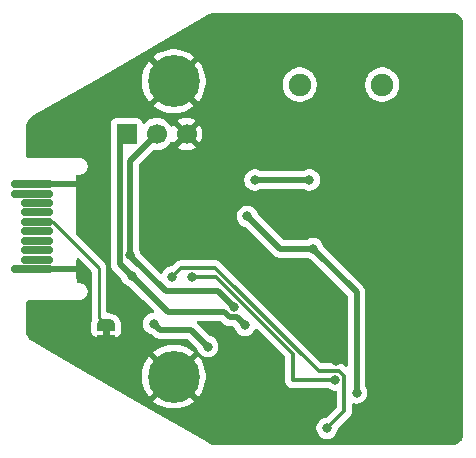
<source format=gbl>
G04 #@! TF.GenerationSoftware,KiCad,Pcbnew,9.0.3*
G04 #@! TF.CreationDate,2025-07-22T22:33:48+01:00*
G04 #@! TF.ProjectId,dectspansion,64656374-7370-4616-9e73-696f6e2e6b69,rev?*
G04 #@! TF.SameCoordinates,Original*
G04 #@! TF.FileFunction,Copper,L4,Bot*
G04 #@! TF.FilePolarity,Positive*
%FSLAX46Y46*%
G04 Gerber Fmt 4.6, Leading zero omitted, Abs format (unit mm)*
G04 Created by KiCad (PCBNEW 9.0.3) date 2025-07-22 22:33:48*
%MOMM*%
%LPD*%
G01*
G04 APERTURE LIST*
G04 Aperture macros list*
%AMRoundRect*
0 Rectangle with rounded corners*
0 $1 Rounding radius*
0 $2 $3 $4 $5 $6 $7 $8 $9 X,Y pos of 4 corners*
0 Add a 4 corners polygon primitive as box body*
4,1,4,$2,$3,$4,$5,$6,$7,$8,$9,$2,$3,0*
0 Add four circle primitives for the rounded corners*
1,1,$1+$1,$2,$3*
1,1,$1+$1,$4,$5*
1,1,$1+$1,$6,$7*
1,1,$1+$1,$8,$9*
0 Add four rect primitives between the rounded corners*
20,1,$1+$1,$2,$3,$4,$5,0*
20,1,$1+$1,$4,$5,$6,$7,0*
20,1,$1+$1,$6,$7,$8,$9,0*
20,1,$1+$1,$8,$9,$2,$3,0*%
%AMFreePoly0*
4,1,23,0.000000,0.745722,0.065263,0.745722,0.191342,0.711940,0.304381,0.646677,0.396677,0.554381,0.461940,0.441342,0.495722,0.315263,0.495722,0.250000,0.500000,0.250000,0.500000,-0.250000,0.495722,-0.250000,0.495722,-0.315263,0.461940,-0.441342,0.396677,-0.554381,0.304381,-0.646677,0.191342,-0.711940,0.065263,-0.745722,0.000000,-0.745722,0.000000,-0.750000,-0.500000,-0.750000,
-0.500000,0.750000,0.000000,0.750000,0.000000,0.745722,0.000000,0.745722,$1*%
%AMFreePoly1*
4,1,23,0.500000,-0.750000,0.000000,-0.750000,0.000000,-0.745722,-0.065263,-0.745722,-0.191342,-0.711940,-0.304381,-0.646677,-0.396677,-0.554381,-0.461940,-0.441342,-0.495722,-0.315263,-0.495722,-0.250000,-0.500000,-0.250000,-0.500000,0.250000,-0.495722,0.250000,-0.495722,0.315263,-0.461940,0.441342,-0.396677,0.554381,-0.304381,0.646677,-0.191342,0.711940,-0.065263,0.745722,0.000000,0.745722,
0.000000,0.750000,0.500000,0.750000,0.500000,-0.750000,0.500000,-0.750000,$1*%
G04 Aperture macros list end*
G04 #@! TA.AperFunction,EtchedComponent*
%ADD10C,0.000000*%
G04 #@! TD*
G04 #@! TA.AperFunction,SMDPad,CuDef*
%ADD11FreePoly0,270.000000*%
G04 #@! TD*
G04 #@! TA.AperFunction,SMDPad,CuDef*
%ADD12FreePoly1,270.000000*%
G04 #@! TD*
G04 #@! TA.AperFunction,WasherPad*
%ADD13C,1.900000*%
G04 #@! TD*
G04 #@! TA.AperFunction,SMDPad,CuDef*
%ADD14RoundRect,0.150000X-1.600000X-0.150000X1.600000X-0.150000X1.600000X0.150000X-1.600000X0.150000X0*%
G04 #@! TD*
G04 #@! TA.AperFunction,SMDPad,CuDef*
%ADD15RoundRect,0.150000X-1.200000X-0.150000X1.200000X-0.150000X1.200000X0.150000X-1.200000X0.150000X0*%
G04 #@! TD*
G04 #@! TA.AperFunction,ComponentPad*
%ADD16C,0.700000*%
G04 #@! TD*
G04 #@! TA.AperFunction,ComponentPad*
%ADD17C,4.400000*%
G04 #@! TD*
G04 #@! TA.AperFunction,ComponentPad*
%ADD18R,1.700000X1.700000*%
G04 #@! TD*
G04 #@! TA.AperFunction,ComponentPad*
%ADD19C,1.700000*%
G04 #@! TD*
G04 #@! TA.AperFunction,ViaPad*
%ADD20C,0.800000*%
G04 #@! TD*
G04 #@! TA.AperFunction,Conductor*
%ADD21C,0.500000*%
G04 #@! TD*
G04 #@! TA.AperFunction,Conductor*
%ADD22C,0.250000*%
G04 #@! TD*
G04 #@! TA.AperFunction,Conductor*
%ADD23C,0.300000*%
G04 #@! TD*
G04 APERTURE END LIST*
D10*
G04 #@! TA.AperFunction,EtchedComponent*
G36*
X107070000Y-109050000D02*
G01*
X106470000Y-109050000D01*
X106470000Y-108550000D01*
X107070000Y-108550000D01*
X107070000Y-109050000D01*
G37*
G04 #@! TD.AperFunction*
D11*
X106770000Y-109450000D03*
D12*
X106770000Y-108150000D03*
D13*
X130160000Y-87780000D03*
X123160000Y-87780000D03*
D14*
X100500000Y-103400000D03*
D15*
X100900000Y-102600000D03*
X100900000Y-101800000D03*
X100900000Y-101000000D03*
X100900000Y-100200000D03*
X100900000Y-99400000D03*
X100900000Y-98600000D03*
X100900000Y-97800000D03*
D14*
X100500000Y-97000000D03*
X100500000Y-96200000D03*
D16*
X110850000Y-87500000D03*
X111333274Y-86333274D03*
X111333274Y-88666726D03*
X112500000Y-85850000D03*
D17*
X112500000Y-87500000D03*
D16*
X112500000Y-89150000D03*
X113666726Y-86333274D03*
X113666726Y-88666726D03*
X114150000Y-87500000D03*
D18*
X108500000Y-91960000D03*
D19*
X111040000Y-91960000D03*
X113580000Y-91960000D03*
D16*
X110850000Y-112500000D03*
X111333274Y-111333274D03*
X111333274Y-113666726D03*
X112500000Y-110850000D03*
D17*
X112500000Y-112500000D03*
D16*
X112500000Y-114150000D03*
X113666726Y-111333274D03*
X113666726Y-113666726D03*
X114150000Y-112500000D03*
D20*
X110790000Y-108010000D03*
X115380000Y-109960000D03*
X108785000Y-102210000D03*
X108940000Y-103970000D03*
X112360000Y-104052500D03*
X114010000Y-104050000D03*
X117580000Y-106630000D03*
X118530000Y-108170000D03*
X118740000Y-98930000D03*
X127990000Y-113890000D03*
X124280000Y-101670000D03*
X127080000Y-116960000D03*
X126250000Y-111210000D03*
X135640000Y-91930000D03*
X129730000Y-113900000D03*
X119340000Y-94390000D03*
X105950000Y-91930000D03*
X123980000Y-94410000D03*
X125480000Y-116880000D03*
X126190000Y-112790000D03*
X123990000Y-95850000D03*
X119360000Y-95850000D03*
D21*
X111320000Y-108540000D02*
X113960000Y-108540000D01*
X113960000Y-108540000D02*
X115380000Y-109960000D01*
X110790000Y-108010000D02*
X111320000Y-108540000D01*
X112010000Y-107040000D02*
X108940000Y-103970000D01*
X117227504Y-107481000D02*
X116786504Y-107040000D01*
X117841000Y-107481000D02*
X117227504Y-107481000D01*
X118530000Y-108170000D02*
X117841000Y-107481000D01*
X116786504Y-107040000D02*
X112010000Y-107040000D01*
X108785000Y-102255000D02*
X108785000Y-102210000D01*
X116240000Y-105290000D02*
X111820000Y-105290000D01*
X111820000Y-105290000D02*
X108785000Y-102255000D01*
X117580000Y-106630000D02*
X116240000Y-105290000D01*
D22*
X106180000Y-107560000D02*
X106770000Y-108150000D01*
X106180000Y-103330001D02*
X106180000Y-107560000D01*
X102249999Y-99400000D02*
X106180000Y-103330001D01*
X100900000Y-99400000D02*
X102249999Y-99400000D01*
D21*
X108940000Y-103970000D02*
X107934000Y-102964000D01*
D23*
X113113500Y-103299000D02*
X112360000Y-104052500D01*
X116019595Y-103299000D02*
X113113500Y-103299000D01*
X124759595Y-112039000D02*
X116019595Y-103299000D01*
X126501075Y-112039000D02*
X124759595Y-112039000D01*
X126941000Y-112478925D02*
X126501075Y-112039000D01*
X126941000Y-115419000D02*
X126941000Y-112478925D01*
X125480000Y-116880000D02*
X126941000Y-115419000D01*
X122570000Y-112800000D02*
X122570000Y-110557925D01*
D21*
X121480000Y-101670000D02*
X118740000Y-98930000D01*
X127980000Y-105370000D02*
X124280000Y-101670000D01*
X124280000Y-101670000D02*
X121480000Y-101670000D01*
X127990000Y-113890000D02*
X127980000Y-113880000D01*
X127980000Y-113880000D02*
X127980000Y-105370000D01*
X100500000Y-96200000D02*
X105450000Y-96200000D01*
X100500000Y-103400000D02*
X104260000Y-103400000D01*
X108785000Y-94215000D02*
X108785000Y-102210000D01*
X111040000Y-91960000D02*
X108785000Y-94215000D01*
X107934000Y-102964000D02*
X107934000Y-92526000D01*
X107934000Y-92526000D02*
X108500000Y-91960000D01*
D22*
X100950000Y-99450000D02*
X100900000Y-99400000D01*
D23*
X125480000Y-116880000D02*
X125450000Y-116880000D01*
X126190000Y-112790000D02*
X126180000Y-112800000D01*
X126180000Y-112800000D02*
X122570000Y-112800000D01*
D21*
X119360000Y-95850000D02*
X123990000Y-95850000D01*
D23*
X116062075Y-104050000D02*
X114010000Y-104050000D01*
X122570000Y-110557925D02*
X116062075Y-104050000D01*
G04 #@! TA.AperFunction,Conductor*
G36*
X126987228Y-81680273D02*
G01*
X135978140Y-81680499D01*
X135978143Y-81680500D01*
X136024591Y-81680500D01*
X136035393Y-81680971D01*
X136181839Y-81693783D01*
X136195180Y-81695687D01*
X136223815Y-81701383D01*
X136231636Y-81703207D01*
X136357159Y-81736840D01*
X136372503Y-81742048D01*
X136388599Y-81748716D01*
X136393469Y-81750858D01*
X136519922Y-81809824D01*
X136538628Y-81820624D01*
X136663572Y-81908110D01*
X136680130Y-81922003D01*
X136787989Y-82029861D01*
X136801882Y-82046419D01*
X136889365Y-82171355D01*
X136900173Y-82190074D01*
X136959125Y-82316495D01*
X136961298Y-82321434D01*
X136967942Y-82337473D01*
X136973155Y-82352828D01*
X137006781Y-82478322D01*
X137008622Y-82486220D01*
X137014303Y-82514774D01*
X137016215Y-82528162D01*
X137029056Y-82674928D01*
X137029528Y-82685808D01*
X137009491Y-117314634D01*
X137009019Y-117325372D01*
X136996160Y-117472321D01*
X136994225Y-117485826D01*
X136988679Y-117513560D01*
X136986860Y-117521341D01*
X136952917Y-117648009D01*
X136947608Y-117663597D01*
X136942012Y-117677030D01*
X136939929Y-117681752D01*
X136880156Y-117809932D01*
X136869347Y-117828652D01*
X136781861Y-117953589D01*
X136767967Y-117970147D01*
X136660108Y-118078000D01*
X136643550Y-118091893D01*
X136518601Y-118179378D01*
X136499880Y-118190185D01*
X136374452Y-118248667D01*
X136368810Y-118251129D01*
X136350558Y-118258560D01*
X136335889Y-118263490D01*
X136210073Y-118297197D01*
X136201312Y-118299207D01*
X136173455Y-118304543D01*
X136160930Y-118306286D01*
X136015217Y-118319029D01*
X136004414Y-118319500D01*
X116061410Y-118319500D01*
X116012803Y-118319465D01*
X116012666Y-118319424D01*
X116005877Y-118319266D01*
X115890237Y-118312713D01*
X115876470Y-118311158D01*
X115854770Y-118307469D01*
X115852130Y-118306991D01*
X115757075Y-118288707D01*
X115741082Y-118284508D01*
X115631819Y-118247878D01*
X115616530Y-118241590D01*
X115509308Y-118188881D01*
X115506038Y-118187213D01*
X115462264Y-118164061D01*
X115461427Y-118163246D01*
X115458238Y-118161835D01*
X109353164Y-114637068D01*
X105568999Y-112452279D01*
X105389016Y-112348366D01*
X109800000Y-112348366D01*
X109800000Y-112651633D01*
X109833952Y-112952966D01*
X109833954Y-112952982D01*
X109901434Y-113248633D01*
X109901438Y-113248645D01*
X110001592Y-113534866D01*
X110001598Y-113534880D01*
X110133172Y-113808096D01*
X110294515Y-114064872D01*
X110421871Y-114224573D01*
X111019500Y-113626944D01*
X111133274Y-113626944D01*
X111133274Y-113706508D01*
X111163722Y-113780017D01*
X111219983Y-113836278D01*
X111293492Y-113866726D01*
X111373056Y-113866726D01*
X111446565Y-113836278D01*
X111502826Y-113780017D01*
X111533274Y-113706508D01*
X111533274Y-113626944D01*
X111502826Y-113553435D01*
X111446565Y-113497174D01*
X111373056Y-113466726D01*
X111293492Y-113466726D01*
X111219983Y-113497174D01*
X111163722Y-113553435D01*
X111133274Y-113626944D01*
X111019500Y-113626944D01*
X111563708Y-113082736D01*
X111660967Y-113216602D01*
X111783398Y-113339033D01*
X111917262Y-113436290D01*
X110775425Y-114578127D01*
X110935127Y-114705484D01*
X111191903Y-114866827D01*
X111465119Y-114998401D01*
X111465133Y-114998407D01*
X111751354Y-115098561D01*
X111751366Y-115098565D01*
X112047017Y-115166045D01*
X112047033Y-115166047D01*
X112348366Y-115199999D01*
X112348368Y-115200000D01*
X112651632Y-115200000D01*
X112651633Y-115199999D01*
X112952966Y-115166047D01*
X112952982Y-115166045D01*
X113248633Y-115098565D01*
X113248645Y-115098561D01*
X113534866Y-114998407D01*
X113534880Y-114998401D01*
X113808096Y-114866827D01*
X114064872Y-114705484D01*
X114224573Y-114578126D01*
X113273391Y-113626944D01*
X113466726Y-113626944D01*
X113466726Y-113706508D01*
X113497174Y-113780017D01*
X113553435Y-113836278D01*
X113626944Y-113866726D01*
X113706508Y-113866726D01*
X113780017Y-113836278D01*
X113836278Y-113780017D01*
X113866726Y-113706508D01*
X113866726Y-113626944D01*
X113836278Y-113553435D01*
X113780017Y-113497174D01*
X113706508Y-113466726D01*
X113626944Y-113466726D01*
X113553435Y-113497174D01*
X113497174Y-113553435D01*
X113466726Y-113626944D01*
X113273391Y-113626944D01*
X113082737Y-113436290D01*
X113216602Y-113339033D01*
X113339033Y-113216602D01*
X113436290Y-113082737D01*
X114578126Y-114224573D01*
X114705484Y-114064872D01*
X114866827Y-113808096D01*
X114998401Y-113534880D01*
X114998407Y-113534866D01*
X115098561Y-113248645D01*
X115098565Y-113248633D01*
X115166045Y-112952982D01*
X115166047Y-112952966D01*
X115199999Y-112651633D01*
X115200000Y-112651631D01*
X115200000Y-112348368D01*
X115199999Y-112348366D01*
X115166047Y-112047033D01*
X115166045Y-112047017D01*
X115098565Y-111751366D01*
X115098561Y-111751354D01*
X114998407Y-111465133D01*
X114998401Y-111465119D01*
X114866827Y-111191903D01*
X114705484Y-110935127D01*
X114605396Y-110809620D01*
X114574664Y-110778888D01*
X113436290Y-111917262D01*
X113339033Y-111783398D01*
X113216602Y-111660967D01*
X113082736Y-111563709D01*
X113352953Y-111293492D01*
X113466726Y-111293492D01*
X113466726Y-111373056D01*
X113497174Y-111446565D01*
X113553435Y-111502826D01*
X113626944Y-111533274D01*
X113706508Y-111533274D01*
X113780017Y-111502826D01*
X113836278Y-111446565D01*
X113866726Y-111373056D01*
X113866726Y-111293492D01*
X113836278Y-111219983D01*
X113780017Y-111163722D01*
X113706508Y-111133274D01*
X113626944Y-111133274D01*
X113553435Y-111163722D01*
X113497174Y-111219983D01*
X113466726Y-111293492D01*
X113352953Y-111293492D01*
X114224573Y-110421871D01*
X114064872Y-110294515D01*
X113808096Y-110133172D01*
X113534880Y-110001598D01*
X113534866Y-110001592D01*
X113248645Y-109901438D01*
X113248633Y-109901434D01*
X112952982Y-109833954D01*
X112952966Y-109833952D01*
X112651633Y-109800000D01*
X112348366Y-109800000D01*
X112047033Y-109833952D01*
X112047017Y-109833954D01*
X111751366Y-109901434D01*
X111751354Y-109901438D01*
X111465133Y-110001592D01*
X111465119Y-110001598D01*
X111191903Y-110133172D01*
X110935127Y-110294515D01*
X110775425Y-110421871D01*
X111917263Y-111563709D01*
X111783398Y-111660967D01*
X111660967Y-111783398D01*
X111563709Y-111917263D01*
X110939938Y-111293492D01*
X111133274Y-111293492D01*
X111133274Y-111373056D01*
X111163722Y-111446565D01*
X111219983Y-111502826D01*
X111293492Y-111533274D01*
X111373056Y-111533274D01*
X111446565Y-111502826D01*
X111502826Y-111446565D01*
X111533274Y-111373056D01*
X111533274Y-111293492D01*
X111502826Y-111219983D01*
X111446565Y-111163722D01*
X111373056Y-111133274D01*
X111293492Y-111133274D01*
X111219983Y-111163722D01*
X111163722Y-111219983D01*
X111133274Y-111293492D01*
X110939938Y-111293492D01*
X110421871Y-110775425D01*
X110294515Y-110935127D01*
X110133172Y-111191903D01*
X110001598Y-111465119D01*
X110001592Y-111465133D01*
X109901438Y-111751354D01*
X109901434Y-111751366D01*
X109833954Y-112047017D01*
X109833952Y-112047033D01*
X109800000Y-112348366D01*
X105389016Y-112348366D01*
X102322142Y-110577705D01*
X100504941Y-109528543D01*
X100495820Y-109522732D01*
X100374946Y-109438099D01*
X100363098Y-109428676D01*
X100337411Y-109405549D01*
X100332701Y-109401079D01*
X100242003Y-109310385D01*
X100228110Y-109293829D01*
X100140612Y-109168878D01*
X100129806Y-109150164D01*
X100065337Y-109011923D01*
X100057947Y-108991619D01*
X100024737Y-108867698D01*
X100023228Y-108861413D01*
X100016037Y-108827591D01*
X100013801Y-108812636D01*
X100000972Y-108666063D01*
X100000500Y-108655251D01*
X100000500Y-106259760D01*
X100002026Y-106240364D01*
X100009639Y-106192293D01*
X100021624Y-106155406D01*
X100039237Y-106120839D01*
X100062033Y-106089464D01*
X100089464Y-106062033D01*
X100120839Y-106039237D01*
X100155406Y-106021624D01*
X100192293Y-106009639D01*
X100240365Y-106002025D01*
X100259760Y-106000500D01*
X104568995Y-106000500D01*
X104660041Y-105982389D01*
X104704328Y-105973580D01*
X104728376Y-105963618D01*
X104731927Y-105962809D01*
X104741726Y-105958089D01*
X104831811Y-105920775D01*
X104864331Y-105899045D01*
X104873601Y-105894582D01*
X104886978Y-105883913D01*
X104946542Y-105844114D01*
X104984570Y-105806085D01*
X104996541Y-105796541D01*
X105006088Y-105784567D01*
X105044114Y-105746542D01*
X105083913Y-105686978D01*
X105094582Y-105673601D01*
X105099045Y-105664331D01*
X105120775Y-105631811D01*
X105158089Y-105541726D01*
X105162809Y-105531927D01*
X105163618Y-105528376D01*
X105173580Y-105504328D01*
X105200500Y-105368993D01*
X105200500Y-105300000D01*
X105200500Y-105299500D01*
X105200500Y-105231007D01*
X105200500Y-105231004D01*
X105173581Y-105095678D01*
X105173580Y-105095674D01*
X105173580Y-105095672D01*
X105163619Y-105071624D01*
X105162809Y-105068073D01*
X105158084Y-105058263D01*
X105120775Y-104968189D01*
X105120775Y-104968188D01*
X105103887Y-104942915D01*
X105103887Y-104942914D01*
X105099046Y-104935670D01*
X105094582Y-104926399D01*
X105083908Y-104913014D01*
X105044114Y-104853458D01*
X105044112Y-104853455D01*
X105044110Y-104853453D01*
X105011021Y-104820365D01*
X105006093Y-104815437D01*
X104996541Y-104803459D01*
X104984562Y-104793906D01*
X104979634Y-104788978D01*
X104946545Y-104755888D01*
X104946544Y-104755887D01*
X104926334Y-104742383D01*
X104886982Y-104716089D01*
X104873601Y-104705418D01*
X104864332Y-104700954D01*
X104857093Y-104696117D01*
X104857087Y-104696114D01*
X104831814Y-104679227D01*
X104831813Y-104679226D01*
X104831811Y-104679225D01*
X104831808Y-104679223D01*
X104831803Y-104679221D01*
X104744957Y-104643249D01*
X104744952Y-104643247D01*
X104741733Y-104641913D01*
X104731927Y-104637191D01*
X104728380Y-104636381D01*
X104718736Y-104632386D01*
X104718727Y-104632384D01*
X104714873Y-104630788D01*
X104704328Y-104626420D01*
X104704324Y-104626419D01*
X104568995Y-104599500D01*
X104568993Y-104599500D01*
X104500207Y-104599500D01*
X104389801Y-104599500D01*
X104322762Y-104579815D01*
X104277007Y-104527011D01*
X104265804Y-104476362D01*
X104261686Y-103884006D01*
X104252673Y-102587483D01*
X104271891Y-102520310D01*
X104324376Y-102474189D01*
X104393463Y-102463765D01*
X104457219Y-102492348D01*
X104464351Y-102498942D01*
X105518181Y-103552772D01*
X105551666Y-103614095D01*
X105554500Y-103640453D01*
X105554500Y-107498393D01*
X105554500Y-107621607D01*
X105554768Y-107622952D01*
X105574759Y-107723458D01*
X105578317Y-107741345D01*
X105572088Y-107810936D01*
X105571261Y-107812986D01*
X105565801Y-107826167D01*
X105531724Y-107953341D01*
X105514500Y-108084166D01*
X105514500Y-108650002D01*
X105519644Y-108721940D01*
X105560182Y-108859994D01*
X105637967Y-108981030D01*
X105637971Y-108981034D01*
X105746700Y-109075249D01*
X105746706Y-109075254D01*
X105767519Y-109084759D01*
X105877580Y-109135023D01*
X105877583Y-109135023D01*
X105877584Y-109135024D01*
X106020000Y-109155500D01*
X106020003Y-109155500D01*
X107520000Y-109155500D01*
X107591940Y-109150355D01*
X107729992Y-109109819D01*
X107851032Y-109032031D01*
X107945254Y-108923294D01*
X108005024Y-108792416D01*
X108025500Y-108650000D01*
X108025500Y-108084174D01*
X108008275Y-107953338D01*
X107974200Y-107826171D01*
X107923701Y-107704257D01*
X107923698Y-107704252D01*
X107923697Y-107704249D01*
X107923696Y-107704248D01*
X107857879Y-107590250D01*
X107857875Y-107590243D01*
X107852669Y-107583459D01*
X107777544Y-107485555D01*
X107777541Y-107485551D01*
X107684449Y-107392459D01*
X107684444Y-107392455D01*
X107579767Y-107312132D01*
X107579749Y-107312120D01*
X107465751Y-107246303D01*
X107465750Y-107246302D01*
X107343829Y-107195800D01*
X107216658Y-107161724D01*
X107085833Y-107144500D01*
X107085826Y-107144500D01*
X106929500Y-107144500D01*
X106862461Y-107124815D01*
X106816706Y-107072011D01*
X106805500Y-107020500D01*
X106805500Y-103268394D01*
X106805499Y-103268390D01*
X106802733Y-103254483D01*
X106781463Y-103147549D01*
X106749134Y-103069500D01*
X106734312Y-103033716D01*
X106734311Y-103033714D01*
X106734310Y-103033712D01*
X106665858Y-102931268D01*
X106665855Y-102931264D01*
X104274149Y-100539560D01*
X104240664Y-100478237D01*
X104237833Y-100452741D01*
X104233557Y-99837622D01*
X104203582Y-95525362D01*
X104222800Y-95458187D01*
X104275285Y-95412066D01*
X104327579Y-95400500D01*
X104568995Y-95400500D01*
X104660041Y-95382389D01*
X104704328Y-95373580D01*
X104728376Y-95363618D01*
X104731927Y-95362809D01*
X104741726Y-95358089D01*
X104831811Y-95320775D01*
X104864331Y-95299045D01*
X104873601Y-95294582D01*
X104886978Y-95283913D01*
X104946542Y-95244114D01*
X104984570Y-95206085D01*
X104996541Y-95196541D01*
X105006088Y-95184567D01*
X105044114Y-95146542D01*
X105083913Y-95086978D01*
X105094582Y-95073601D01*
X105099045Y-95064331D01*
X105120775Y-95031811D01*
X105158089Y-94941726D01*
X105162809Y-94931927D01*
X105163618Y-94928376D01*
X105173580Y-94904328D01*
X105200500Y-94768993D01*
X105200500Y-94700000D01*
X105200500Y-94699500D01*
X105200500Y-94631007D01*
X105200500Y-94631004D01*
X105173581Y-94495678D01*
X105173580Y-94495674D01*
X105173580Y-94495672D01*
X105163619Y-94471624D01*
X105162809Y-94468073D01*
X105158084Y-94458263D01*
X105120775Y-94368189D01*
X105120775Y-94368188D01*
X105103887Y-94342915D01*
X105103887Y-94342914D01*
X105099046Y-94335670D01*
X105094582Y-94326399D01*
X105083908Y-94313014D01*
X105044114Y-94253458D01*
X105044112Y-94253455D01*
X105044110Y-94253453D01*
X105011021Y-94220365D01*
X105006093Y-94215437D01*
X104996541Y-94203459D01*
X104984562Y-94193906D01*
X104979634Y-94188978D01*
X104946545Y-94155888D01*
X104946544Y-94155887D01*
X104926334Y-94142383D01*
X104886982Y-94116089D01*
X104873601Y-94105418D01*
X104864332Y-94100954D01*
X104857093Y-94096117D01*
X104857087Y-94096114D01*
X104831814Y-94079227D01*
X104831813Y-94079226D01*
X104831811Y-94079225D01*
X104831808Y-94079223D01*
X104831803Y-94079221D01*
X104744957Y-94043249D01*
X104744952Y-94043247D01*
X104741733Y-94041913D01*
X104731927Y-94037191D01*
X104728380Y-94036381D01*
X104718736Y-94032386D01*
X104718727Y-94032384D01*
X104714873Y-94030788D01*
X104704328Y-94026420D01*
X104704324Y-94026419D01*
X104568995Y-93999500D01*
X104568993Y-93999500D01*
X104500207Y-93999500D01*
X100259757Y-93999500D01*
X100240359Y-93997973D01*
X100192299Y-93990361D01*
X100155401Y-93978372D01*
X100120844Y-93960764D01*
X100089459Y-93937961D01*
X100062037Y-93910539D01*
X100039233Y-93879152D01*
X100021627Y-93844598D01*
X100009638Y-93807700D01*
X100006783Y-93789675D01*
X100002026Y-93759635D01*
X100000500Y-93740239D01*
X100000500Y-91345170D01*
X100000972Y-91334358D01*
X100003407Y-91306543D01*
X100013898Y-91186693D01*
X100016130Y-91171763D01*
X100022878Y-91140027D01*
X100024365Y-91133832D01*
X100043579Y-91062135D01*
X107149500Y-91062135D01*
X107149500Y-92857870D01*
X107149501Y-92857876D01*
X107155908Y-92917481D01*
X107175682Y-92970496D01*
X107183500Y-93013830D01*
X107183500Y-103037918D01*
X107183500Y-103037920D01*
X107183499Y-103037920D01*
X107212340Y-103182907D01*
X107212343Y-103182917D01*
X107268914Y-103319492D01*
X107298030Y-103363067D01*
X107298031Y-103363070D01*
X107351046Y-103442414D01*
X107351052Y-103442421D01*
X108030823Y-104122191D01*
X108064308Y-104183514D01*
X108064759Y-104185680D01*
X108074104Y-104232660D01*
X108074106Y-104232668D01*
X108141983Y-104396540D01*
X108141990Y-104396553D01*
X108240535Y-104544034D01*
X108240538Y-104544038D01*
X108365961Y-104669461D01*
X108365965Y-104669464D01*
X108513446Y-104768009D01*
X108513459Y-104768016D01*
X108575965Y-104793906D01*
X108677334Y-104835894D01*
X108724318Y-104845239D01*
X108786227Y-104877622D01*
X108787807Y-104879175D01*
X109894691Y-105986059D01*
X110806452Y-106897819D01*
X110839937Y-106959142D01*
X110834953Y-107028834D01*
X110793081Y-107084767D01*
X110727617Y-107109184D01*
X110718771Y-107109500D01*
X110701306Y-107109500D01*
X110527341Y-107144103D01*
X110527332Y-107144106D01*
X110363459Y-107211983D01*
X110363446Y-107211990D01*
X110215965Y-107310535D01*
X110215961Y-107310538D01*
X110090538Y-107435961D01*
X110090535Y-107435965D01*
X109991990Y-107583446D01*
X109991983Y-107583459D01*
X109924106Y-107747332D01*
X109924103Y-107747341D01*
X109889500Y-107921304D01*
X109889500Y-108098695D01*
X109924103Y-108272658D01*
X109924106Y-108272667D01*
X109991983Y-108436540D01*
X109991990Y-108436553D01*
X110090535Y-108584034D01*
X110090538Y-108584038D01*
X110215961Y-108709461D01*
X110215965Y-108709464D01*
X110363446Y-108808009D01*
X110363459Y-108808016D01*
X110410719Y-108827591D01*
X110527334Y-108875894D01*
X110574318Y-108885239D01*
X110636227Y-108917622D01*
X110637807Y-108919175D01*
X110841580Y-109122948D01*
X110841584Y-109122951D01*
X110964498Y-109205080D01*
X110964511Y-109205087D01*
X111098376Y-109260535D01*
X111101087Y-109261658D01*
X111101091Y-109261658D01*
X111101092Y-109261659D01*
X111246079Y-109290500D01*
X111246082Y-109290500D01*
X111393917Y-109290500D01*
X113597770Y-109290500D01*
X113664809Y-109310185D01*
X113685451Y-109326819D01*
X114470823Y-110112190D01*
X114504308Y-110173513D01*
X114504759Y-110175679D01*
X114514104Y-110222660D01*
X114514107Y-110222670D01*
X114581983Y-110386540D01*
X114581990Y-110386553D01*
X114680535Y-110534034D01*
X114680538Y-110534038D01*
X114805961Y-110659461D01*
X114805965Y-110659464D01*
X114953446Y-110758009D01*
X114953459Y-110758016D01*
X115003850Y-110778888D01*
X115117334Y-110825894D01*
X115117336Y-110825894D01*
X115117341Y-110825896D01*
X115291304Y-110860499D01*
X115291307Y-110860500D01*
X115291309Y-110860500D01*
X115468693Y-110860500D01*
X115468694Y-110860499D01*
X115526682Y-110848964D01*
X115642658Y-110825896D01*
X115642661Y-110825894D01*
X115642666Y-110825894D01*
X115806547Y-110758013D01*
X115954035Y-110659464D01*
X116079464Y-110534035D01*
X116178013Y-110386547D01*
X116245894Y-110222666D01*
X116255241Y-110175679D01*
X116280499Y-110048695D01*
X116280500Y-110048693D01*
X116280500Y-109871306D01*
X116280499Y-109871304D01*
X116245896Y-109697341D01*
X116245893Y-109697332D01*
X116178016Y-109533459D01*
X116178009Y-109533446D01*
X116079464Y-109385965D01*
X116079461Y-109385961D01*
X115954038Y-109260538D01*
X115954034Y-109260535D01*
X115806553Y-109161990D01*
X115806540Y-109161983D01*
X115642670Y-109094107D01*
X115642660Y-109094104D01*
X115595679Y-109084759D01*
X115533768Y-109052374D01*
X115532190Y-109050823D01*
X114483550Y-108002181D01*
X114450065Y-107940858D01*
X114455049Y-107871166D01*
X114496921Y-107815233D01*
X114562385Y-107790816D01*
X114571231Y-107790500D01*
X116424273Y-107790500D01*
X116453709Y-107799143D01*
X116483699Y-107805667D01*
X116488716Y-107809422D01*
X116491312Y-107810185D01*
X116511955Y-107826818D01*
X116644553Y-107959416D01*
X116749088Y-108063951D01*
X116749089Y-108063952D01*
X116872002Y-108146080D01*
X116872015Y-108146087D01*
X117008586Y-108202656D01*
X117008591Y-108202658D01*
X117008595Y-108202658D01*
X117008596Y-108202659D01*
X117153583Y-108231500D01*
X117153586Y-108231500D01*
X117478770Y-108231500D01*
X117508210Y-108240144D01*
X117538197Y-108246668D01*
X117543212Y-108250422D01*
X117545809Y-108251185D01*
X117566451Y-108267819D01*
X117620823Y-108322191D01*
X117654308Y-108383514D01*
X117654759Y-108385680D01*
X117664104Y-108432660D01*
X117664106Y-108432668D01*
X117731983Y-108596540D01*
X117731990Y-108596553D01*
X117830535Y-108744034D01*
X117830538Y-108744038D01*
X117955961Y-108869461D01*
X117955965Y-108869464D01*
X118103446Y-108968009D01*
X118103459Y-108968016D01*
X118209477Y-109011929D01*
X118267334Y-109035894D01*
X118267336Y-109035894D01*
X118267341Y-109035896D01*
X118441304Y-109070499D01*
X118441307Y-109070500D01*
X118441309Y-109070500D01*
X118618693Y-109070500D01*
X118618694Y-109070499D01*
X118676682Y-109058964D01*
X118792658Y-109035896D01*
X118792661Y-109035894D01*
X118792666Y-109035894D01*
X118956547Y-108968013D01*
X119104035Y-108869464D01*
X119229464Y-108744035D01*
X119328013Y-108596547D01*
X119362631Y-108512970D01*
X119406470Y-108458569D01*
X119472763Y-108436503D01*
X119540463Y-108453781D01*
X119564872Y-108472743D01*
X121883181Y-110791052D01*
X121916666Y-110852375D01*
X121919500Y-110878733D01*
X121919500Y-112735931D01*
X121919500Y-112864069D01*
X121919500Y-112864071D01*
X121919499Y-112864071D01*
X121944497Y-112989738D01*
X121944499Y-112989744D01*
X121993533Y-113108124D01*
X121993538Y-113108133D01*
X122064723Y-113214668D01*
X122064726Y-113214672D01*
X122155327Y-113305273D01*
X122155331Y-113305276D01*
X122261866Y-113376461D01*
X122261875Y-113376466D01*
X122288692Y-113387574D01*
X122380256Y-113425501D01*
X122380260Y-113425501D01*
X122380261Y-113425502D01*
X122505928Y-113450500D01*
X122505931Y-113450500D01*
X125525638Y-113450500D01*
X125592677Y-113470185D01*
X125613319Y-113486819D01*
X125615961Y-113489461D01*
X125615965Y-113489464D01*
X125763446Y-113588009D01*
X125763459Y-113588016D01*
X125858378Y-113627332D01*
X125927334Y-113655894D01*
X125927336Y-113655894D01*
X125927341Y-113655896D01*
X126101304Y-113690499D01*
X126101307Y-113690500D01*
X126166500Y-113690500D01*
X126233539Y-113710185D01*
X126279294Y-113762989D01*
X126290500Y-113814500D01*
X126290500Y-115098192D01*
X126270815Y-115165231D01*
X126254181Y-115185873D01*
X125496873Y-115943181D01*
X125435550Y-115976666D01*
X125409192Y-115979500D01*
X125391306Y-115979500D01*
X125217341Y-116014103D01*
X125217332Y-116014106D01*
X125053459Y-116081983D01*
X125053446Y-116081990D01*
X124905965Y-116180535D01*
X124905961Y-116180538D01*
X124780538Y-116305961D01*
X124780535Y-116305965D01*
X124681990Y-116453446D01*
X124681983Y-116453459D01*
X124614106Y-116617332D01*
X124614103Y-116617341D01*
X124579500Y-116791304D01*
X124579500Y-116968695D01*
X124614103Y-117142658D01*
X124614106Y-117142667D01*
X124681983Y-117306540D01*
X124681990Y-117306553D01*
X124780535Y-117454034D01*
X124780538Y-117454038D01*
X124905961Y-117579461D01*
X124905965Y-117579464D01*
X125053446Y-117678009D01*
X125053459Y-117678016D01*
X125176363Y-117728923D01*
X125217334Y-117745894D01*
X125217336Y-117745894D01*
X125217341Y-117745896D01*
X125391304Y-117780499D01*
X125391307Y-117780500D01*
X125391309Y-117780500D01*
X125568693Y-117780500D01*
X125568694Y-117780499D01*
X125626682Y-117768964D01*
X125742658Y-117745896D01*
X125742661Y-117745894D01*
X125742666Y-117745894D01*
X125906547Y-117678013D01*
X126054035Y-117579464D01*
X126179464Y-117454035D01*
X126278013Y-117306547D01*
X126345894Y-117142666D01*
X126380500Y-116968691D01*
X126380500Y-116950808D01*
X126400185Y-116883769D01*
X126416819Y-116863127D01*
X127446273Y-115833673D01*
X127446277Y-115833669D01*
X127517465Y-115727127D01*
X127566501Y-115608744D01*
X127591500Y-115483069D01*
X127591500Y-114879969D01*
X127611185Y-114812930D01*
X127663989Y-114767175D01*
X127733147Y-114757231D01*
X127739685Y-114758350D01*
X127776295Y-114765633D01*
X127901306Y-114790500D01*
X127901309Y-114790500D01*
X128078693Y-114790500D01*
X128078694Y-114790499D01*
X128136682Y-114778964D01*
X128252658Y-114755896D01*
X128252661Y-114755894D01*
X128252666Y-114755894D01*
X128416547Y-114688013D01*
X128564035Y-114589464D01*
X128689464Y-114464035D01*
X128788013Y-114316547D01*
X128855894Y-114152666D01*
X128864338Y-114110218D01*
X128878964Y-114036682D01*
X128890500Y-113978691D01*
X128890500Y-113801309D01*
X128890500Y-113801306D01*
X128890499Y-113801304D01*
X128855896Y-113627341D01*
X128855893Y-113627332D01*
X128839605Y-113588009D01*
X128788013Y-113463453D01*
X128788011Y-113463451D01*
X128788011Y-113463449D01*
X128751398Y-113408654D01*
X128730520Y-113341976D01*
X128730500Y-113339763D01*
X128730500Y-105296079D01*
X128701659Y-105151092D01*
X128701658Y-105151091D01*
X128701658Y-105151087D01*
X128678705Y-105095674D01*
X128645087Y-105014511D01*
X128645080Y-105014498D01*
X128562952Y-104891585D01*
X128516605Y-104845238D01*
X128458416Y-104787049D01*
X126854274Y-103182907D01*
X125189175Y-101517807D01*
X125155690Y-101456484D01*
X125155262Y-101454432D01*
X125145894Y-101407334D01*
X125128923Y-101366363D01*
X125078016Y-101243459D01*
X125078009Y-101243446D01*
X124979464Y-101095965D01*
X124979461Y-101095961D01*
X124854038Y-100970538D01*
X124854034Y-100970535D01*
X124706553Y-100871990D01*
X124706540Y-100871983D01*
X124542667Y-100804106D01*
X124542658Y-100804103D01*
X124368694Y-100769500D01*
X124368691Y-100769500D01*
X124191309Y-100769500D01*
X124191306Y-100769500D01*
X124017341Y-100804103D01*
X124017332Y-100804106D01*
X123853452Y-100871987D01*
X123853447Y-100871989D01*
X123813622Y-100898601D01*
X123746945Y-100919480D01*
X123744730Y-100919500D01*
X121842229Y-100919500D01*
X121775190Y-100899815D01*
X121754548Y-100883181D01*
X119649175Y-98777807D01*
X119615690Y-98716484D01*
X119615262Y-98714432D01*
X119605894Y-98667334D01*
X119588923Y-98626363D01*
X119538016Y-98503459D01*
X119538009Y-98503446D01*
X119439464Y-98355965D01*
X119439461Y-98355961D01*
X119314038Y-98230538D01*
X119314034Y-98230535D01*
X119166553Y-98131990D01*
X119166540Y-98131983D01*
X119002667Y-98064106D01*
X119002658Y-98064103D01*
X118828694Y-98029500D01*
X118828691Y-98029500D01*
X118651309Y-98029500D01*
X118651306Y-98029500D01*
X118477341Y-98064103D01*
X118477332Y-98064106D01*
X118313459Y-98131983D01*
X118313446Y-98131990D01*
X118165965Y-98230535D01*
X118165961Y-98230538D01*
X118040538Y-98355961D01*
X118040535Y-98355965D01*
X117941990Y-98503446D01*
X117941983Y-98503459D01*
X117874106Y-98667332D01*
X117874103Y-98667341D01*
X117839500Y-98841304D01*
X117839500Y-99018695D01*
X117874103Y-99192658D01*
X117874106Y-99192667D01*
X117941983Y-99356540D01*
X117941990Y-99356553D01*
X118040535Y-99504034D01*
X118040538Y-99504038D01*
X118165961Y-99629461D01*
X118165965Y-99629464D01*
X118313446Y-99728009D01*
X118313459Y-99728016D01*
X118390106Y-99759763D01*
X118477334Y-99795894D01*
X118524318Y-99805239D01*
X118586227Y-99837622D01*
X118587807Y-99839175D01*
X120897049Y-102148416D01*
X121001584Y-102252951D01*
X121001585Y-102252952D01*
X121124498Y-102335080D01*
X121124511Y-102335087D01*
X121261082Y-102391656D01*
X121261087Y-102391658D01*
X121261091Y-102391658D01*
X121261092Y-102391659D01*
X121406079Y-102420500D01*
X121406082Y-102420500D01*
X123744730Y-102420500D01*
X123811769Y-102440185D01*
X123813622Y-102441399D01*
X123853447Y-102468010D01*
X123853450Y-102468011D01*
X123853453Y-102468013D01*
X124017334Y-102535894D01*
X124064318Y-102545239D01*
X124126227Y-102577622D01*
X124127807Y-102579175D01*
X127193181Y-105644548D01*
X127226666Y-105705871D01*
X127229500Y-105732229D01*
X127229500Y-111548116D01*
X127209815Y-111615155D01*
X127157011Y-111660910D01*
X127087853Y-111670854D01*
X127024297Y-111641829D01*
X127017819Y-111635797D01*
X126915748Y-111533726D01*
X126915072Y-111533274D01*
X126809202Y-111462535D01*
X126690819Y-111413499D01*
X126690813Y-111413497D01*
X126565146Y-111388500D01*
X126565144Y-111388500D01*
X125080403Y-111388500D01*
X125013364Y-111368815D01*
X124992722Y-111352181D01*
X116434269Y-102793727D01*
X116434268Y-102793726D01*
X116434264Y-102793723D01*
X116327722Y-102722535D01*
X116209339Y-102673499D01*
X116209333Y-102673497D01*
X116083666Y-102648500D01*
X116083664Y-102648500D01*
X113049431Y-102648500D01*
X113049429Y-102648500D01*
X112923761Y-102673497D01*
X112923755Y-102673499D01*
X112805374Y-102722534D01*
X112698826Y-102793726D01*
X112698825Y-102793727D01*
X112376873Y-103115681D01*
X112315550Y-103149166D01*
X112289192Y-103152000D01*
X112271306Y-103152000D01*
X112097341Y-103186603D01*
X112097332Y-103186606D01*
X111933459Y-103254483D01*
X111933446Y-103254490D01*
X111785965Y-103353035D01*
X111785961Y-103353038D01*
X111660538Y-103478461D01*
X111660535Y-103478465D01*
X111561990Y-103625946D01*
X111561985Y-103625956D01*
X111532054Y-103698217D01*
X111488213Y-103752620D01*
X111421919Y-103774685D01*
X111354219Y-103757406D01*
X111329812Y-103738445D01*
X110522635Y-102931268D01*
X109705348Y-102113980D01*
X109671863Y-102052657D01*
X109671442Y-102050640D01*
X109650894Y-101947334D01*
X109583013Y-101783453D01*
X109583011Y-101783451D01*
X109583011Y-101783449D01*
X109556398Y-101743620D01*
X109535520Y-101676942D01*
X109535500Y-101674729D01*
X109535500Y-95761304D01*
X118459500Y-95761304D01*
X118459500Y-95938695D01*
X118494103Y-96112658D01*
X118494106Y-96112667D01*
X118561983Y-96276540D01*
X118561990Y-96276553D01*
X118660535Y-96424034D01*
X118660538Y-96424038D01*
X118785961Y-96549461D01*
X118785965Y-96549464D01*
X118933446Y-96648009D01*
X118933459Y-96648016D01*
X119056363Y-96698923D01*
X119097334Y-96715894D01*
X119097336Y-96715894D01*
X119097341Y-96715896D01*
X119271304Y-96750499D01*
X119271307Y-96750500D01*
X119271309Y-96750500D01*
X119448693Y-96750500D01*
X119448694Y-96750499D01*
X119506682Y-96738964D01*
X119622658Y-96715896D01*
X119622661Y-96715894D01*
X119622666Y-96715894D01*
X119786547Y-96648013D01*
X119786550Y-96648010D01*
X119786552Y-96648010D01*
X119826378Y-96621399D01*
X119893055Y-96600520D01*
X119895270Y-96600500D01*
X123454730Y-96600500D01*
X123521769Y-96620185D01*
X123523622Y-96621399D01*
X123563447Y-96648010D01*
X123563450Y-96648011D01*
X123563453Y-96648013D01*
X123727334Y-96715894D01*
X123727336Y-96715894D01*
X123727341Y-96715896D01*
X123901304Y-96750499D01*
X123901307Y-96750500D01*
X123901309Y-96750500D01*
X124078693Y-96750500D01*
X124078694Y-96750499D01*
X124136682Y-96738964D01*
X124252658Y-96715896D01*
X124252661Y-96715894D01*
X124252666Y-96715894D01*
X124416547Y-96648013D01*
X124564035Y-96549464D01*
X124689464Y-96424035D01*
X124788013Y-96276547D01*
X124855894Y-96112666D01*
X124890500Y-95938691D01*
X124890500Y-95761309D01*
X124890500Y-95761306D01*
X124890499Y-95761304D01*
X124855896Y-95587341D01*
X124855893Y-95587332D01*
X124788016Y-95423459D01*
X124788009Y-95423446D01*
X124689464Y-95275965D01*
X124689461Y-95275961D01*
X124564038Y-95150538D01*
X124564034Y-95150535D01*
X124416553Y-95051990D01*
X124416540Y-95051983D01*
X124252667Y-94984106D01*
X124252658Y-94984103D01*
X124078694Y-94949500D01*
X124078691Y-94949500D01*
X123901309Y-94949500D01*
X123901306Y-94949500D01*
X123727341Y-94984103D01*
X123727332Y-94984106D01*
X123563452Y-95051987D01*
X123563447Y-95051989D01*
X123523622Y-95078601D01*
X123456945Y-95099480D01*
X123454730Y-95099500D01*
X119895270Y-95099500D01*
X119828231Y-95079815D01*
X119826378Y-95078601D01*
X119786552Y-95051989D01*
X119786547Y-95051987D01*
X119622667Y-94984106D01*
X119622658Y-94984103D01*
X119448694Y-94949500D01*
X119448691Y-94949500D01*
X119271309Y-94949500D01*
X119271306Y-94949500D01*
X119097341Y-94984103D01*
X119097332Y-94984106D01*
X118933459Y-95051983D01*
X118933446Y-95051990D01*
X118785965Y-95150535D01*
X118785961Y-95150538D01*
X118660538Y-95275961D01*
X118660535Y-95275965D01*
X118561990Y-95423446D01*
X118561983Y-95423459D01*
X118494106Y-95587332D01*
X118494103Y-95587341D01*
X118459500Y-95761304D01*
X109535500Y-95761304D01*
X109535500Y-94577228D01*
X109555185Y-94510189D01*
X109571814Y-94489551D01*
X110731193Y-93330172D01*
X110792514Y-93296689D01*
X110838265Y-93295382D01*
X110933713Y-93310500D01*
X110933715Y-93310500D01*
X111146286Y-93310500D01*
X111146287Y-93310500D01*
X111356243Y-93277246D01*
X111558412Y-93211557D01*
X111747816Y-93115051D01*
X111887136Y-93013830D01*
X111919786Y-92990109D01*
X111919788Y-92990106D01*
X111919792Y-92990104D01*
X112070104Y-92839792D01*
X112070106Y-92839788D01*
X112070109Y-92839786D01*
X112155890Y-92721717D01*
X112195051Y-92667816D01*
X112199793Y-92658508D01*
X112247763Y-92607711D01*
X112315583Y-92590911D01*
X112381719Y-92613445D01*
X112420763Y-92658500D01*
X112425373Y-92667547D01*
X112464728Y-92721716D01*
X113097037Y-92089408D01*
X113114075Y-92152993D01*
X113179901Y-92267007D01*
X113272993Y-92360099D01*
X113387007Y-92425925D01*
X113450590Y-92442962D01*
X112818282Y-93075269D01*
X112818282Y-93075270D01*
X112872449Y-93114624D01*
X113061782Y-93211095D01*
X113263870Y-93276757D01*
X113473754Y-93310000D01*
X113686246Y-93310000D01*
X113896127Y-93276757D01*
X113896130Y-93276757D01*
X114098217Y-93211095D01*
X114287554Y-93114622D01*
X114341716Y-93075270D01*
X114341717Y-93075270D01*
X113709408Y-92442962D01*
X113772993Y-92425925D01*
X113887007Y-92360099D01*
X113980099Y-92267007D01*
X114045925Y-92152993D01*
X114062962Y-92089408D01*
X114695270Y-92721717D01*
X114695270Y-92721716D01*
X114734622Y-92667554D01*
X114831095Y-92478217D01*
X114896757Y-92276130D01*
X114896757Y-92276127D01*
X114930000Y-92066246D01*
X114930000Y-91853753D01*
X114896757Y-91643872D01*
X114896757Y-91643869D01*
X114831095Y-91441782D01*
X114734624Y-91252449D01*
X114695270Y-91198282D01*
X114695269Y-91198282D01*
X114062962Y-91830590D01*
X114045925Y-91767007D01*
X113980099Y-91652993D01*
X113887007Y-91559901D01*
X113772993Y-91494075D01*
X113709409Y-91477037D01*
X114341716Y-90844728D01*
X114287550Y-90805375D01*
X114098217Y-90708904D01*
X113896129Y-90643242D01*
X113686246Y-90610000D01*
X113473754Y-90610000D01*
X113263872Y-90643242D01*
X113263869Y-90643242D01*
X113061782Y-90708904D01*
X112872439Y-90805380D01*
X112818282Y-90844727D01*
X112818282Y-90844728D01*
X113450591Y-91477037D01*
X113387007Y-91494075D01*
X113272993Y-91559901D01*
X113179901Y-91652993D01*
X113114075Y-91767007D01*
X113097037Y-91830591D01*
X112464728Y-91198282D01*
X112464727Y-91198282D01*
X112425380Y-91252440D01*
X112425376Y-91252446D01*
X112420760Y-91261505D01*
X112372781Y-91312297D01*
X112304959Y-91329087D01*
X112238826Y-91306543D01*
X112199794Y-91261493D01*
X112195051Y-91252184D01*
X112195049Y-91252181D01*
X112195048Y-91252179D01*
X112070109Y-91080213D01*
X111919786Y-90929890D01*
X111747820Y-90804951D01*
X111558414Y-90708444D01*
X111558413Y-90708443D01*
X111558412Y-90708443D01*
X111356243Y-90642754D01*
X111356241Y-90642753D01*
X111356240Y-90642753D01*
X111194957Y-90617208D01*
X111146287Y-90609500D01*
X110933713Y-90609500D01*
X110885042Y-90617208D01*
X110723760Y-90642753D01*
X110622672Y-90675598D01*
X110528501Y-90706197D01*
X110521585Y-90708444D01*
X110332179Y-90804951D01*
X110160215Y-90929889D01*
X110046673Y-91043431D01*
X109985350Y-91076915D01*
X109915658Y-91071931D01*
X109859725Y-91030059D01*
X109842810Y-90999082D01*
X109793797Y-90867671D01*
X109793793Y-90867664D01*
X109707547Y-90752455D01*
X109707544Y-90752452D01*
X109592335Y-90666206D01*
X109592328Y-90666202D01*
X109457482Y-90615908D01*
X109457483Y-90615908D01*
X109397883Y-90609501D01*
X109397881Y-90609500D01*
X109397873Y-90609500D01*
X109397864Y-90609500D01*
X107602129Y-90609500D01*
X107602123Y-90609501D01*
X107542516Y-90615908D01*
X107407671Y-90666202D01*
X107407664Y-90666206D01*
X107292455Y-90752452D01*
X107292452Y-90752455D01*
X107206206Y-90867664D01*
X107206202Y-90867671D01*
X107155908Y-91002517D01*
X107149501Y-91062116D01*
X107149500Y-91062135D01*
X100043579Y-91062135D01*
X100057984Y-91008384D01*
X100065375Y-90988082D01*
X100129844Y-90849841D01*
X100140644Y-90831137D01*
X100228137Y-90706194D01*
X100242028Y-90689640D01*
X100333848Y-90597825D01*
X100338501Y-90593411D01*
X100362601Y-90571713D01*
X100374418Y-90562313D01*
X100496262Y-90477001D01*
X100505341Y-90471218D01*
X105914278Y-87348366D01*
X109800000Y-87348366D01*
X109800000Y-87651633D01*
X109833952Y-87952966D01*
X109833954Y-87952982D01*
X109901434Y-88248633D01*
X109901438Y-88248645D01*
X110001592Y-88534866D01*
X110001598Y-88534880D01*
X110133172Y-88808096D01*
X110294515Y-89064872D01*
X110421871Y-89224573D01*
X111019500Y-88626944D01*
X111133274Y-88626944D01*
X111133274Y-88706508D01*
X111163722Y-88780017D01*
X111219983Y-88836278D01*
X111293492Y-88866726D01*
X111373056Y-88866726D01*
X111446565Y-88836278D01*
X111502826Y-88780017D01*
X111533274Y-88706508D01*
X111533274Y-88626944D01*
X111502826Y-88553435D01*
X111446565Y-88497174D01*
X111373056Y-88466726D01*
X111293492Y-88466726D01*
X111219983Y-88497174D01*
X111163722Y-88553435D01*
X111133274Y-88626944D01*
X111019500Y-88626944D01*
X111563708Y-88082736D01*
X111660967Y-88216602D01*
X111783398Y-88339033D01*
X111917262Y-88436290D01*
X110775425Y-89578127D01*
X110935127Y-89705484D01*
X111191903Y-89866827D01*
X111465119Y-89998401D01*
X111465133Y-89998407D01*
X111751354Y-90098561D01*
X111751366Y-90098565D01*
X112047017Y-90166045D01*
X112047033Y-90166047D01*
X112348366Y-90199999D01*
X112348368Y-90200000D01*
X112651632Y-90200000D01*
X112651633Y-90199999D01*
X112952966Y-90166047D01*
X112952982Y-90166045D01*
X113248633Y-90098565D01*
X113248645Y-90098561D01*
X113534866Y-89998407D01*
X113534880Y-89998401D01*
X113808096Y-89866827D01*
X114064872Y-89705484D01*
X114224573Y-89578126D01*
X113273391Y-88626944D01*
X113466726Y-88626944D01*
X113466726Y-88706508D01*
X113497174Y-88780017D01*
X113553435Y-88836278D01*
X113626944Y-88866726D01*
X113706508Y-88866726D01*
X113780017Y-88836278D01*
X113836278Y-88780017D01*
X113866726Y-88706508D01*
X113866726Y-88626944D01*
X113836278Y-88553435D01*
X113780017Y-88497174D01*
X113706508Y-88466726D01*
X113626944Y-88466726D01*
X113553435Y-88497174D01*
X113497174Y-88553435D01*
X113466726Y-88626944D01*
X113273391Y-88626944D01*
X113082737Y-88436290D01*
X113216602Y-88339033D01*
X113339033Y-88216602D01*
X113436290Y-88082737D01*
X114578126Y-89224573D01*
X114705484Y-89064872D01*
X114866827Y-88808096D01*
X114998401Y-88534880D01*
X114998407Y-88534866D01*
X115098561Y-88248645D01*
X115098565Y-88248633D01*
X115166045Y-87952982D01*
X115166047Y-87952966D01*
X115198399Y-87665837D01*
X121709500Y-87665837D01*
X121709500Y-87894162D01*
X121745215Y-88119660D01*
X121815770Y-88336803D01*
X121868762Y-88440804D01*
X121919421Y-88540228D01*
X122053621Y-88724937D01*
X122215063Y-88886379D01*
X122399772Y-89020579D01*
X122486702Y-89064872D01*
X122603196Y-89124229D01*
X122603198Y-89124229D01*
X122603201Y-89124231D01*
X122719592Y-89162049D01*
X122820339Y-89194784D01*
X123045838Y-89230500D01*
X123045843Y-89230500D01*
X123274162Y-89230500D01*
X123499660Y-89194784D01*
X123716799Y-89124231D01*
X123920228Y-89020579D01*
X124104937Y-88886379D01*
X124266379Y-88724937D01*
X124400579Y-88540228D01*
X124504231Y-88336799D01*
X124574784Y-88119660D01*
X124581616Y-88076525D01*
X124610500Y-87894162D01*
X124610500Y-87665837D01*
X128709500Y-87665837D01*
X128709500Y-87894162D01*
X128745215Y-88119660D01*
X128815770Y-88336803D01*
X128868762Y-88440804D01*
X128919421Y-88540228D01*
X129053621Y-88724937D01*
X129215063Y-88886379D01*
X129399772Y-89020579D01*
X129486702Y-89064872D01*
X129603196Y-89124229D01*
X129603198Y-89124229D01*
X129603201Y-89124231D01*
X129719592Y-89162049D01*
X129820339Y-89194784D01*
X130045838Y-89230500D01*
X130045843Y-89230500D01*
X130274162Y-89230500D01*
X130499660Y-89194784D01*
X130716799Y-89124231D01*
X130920228Y-89020579D01*
X131104937Y-88886379D01*
X131266379Y-88724937D01*
X131400579Y-88540228D01*
X131504231Y-88336799D01*
X131574784Y-88119660D01*
X131581616Y-88076525D01*
X131610500Y-87894162D01*
X131610500Y-87665837D01*
X131574784Y-87440339D01*
X131539078Y-87330448D01*
X131504231Y-87223201D01*
X131504229Y-87223198D01*
X131504229Y-87223196D01*
X131449550Y-87115884D01*
X131400579Y-87019772D01*
X131266379Y-86835063D01*
X131104937Y-86673621D01*
X130920228Y-86539421D01*
X130908164Y-86533274D01*
X130716803Y-86435770D01*
X130499660Y-86365215D01*
X130274162Y-86329500D01*
X130274157Y-86329500D01*
X130045843Y-86329500D01*
X130045838Y-86329500D01*
X129820339Y-86365215D01*
X129603196Y-86435770D01*
X129399771Y-86539421D01*
X129215061Y-86673622D01*
X129053622Y-86835061D01*
X128919421Y-87019771D01*
X128815770Y-87223196D01*
X128745215Y-87440339D01*
X128709500Y-87665837D01*
X124610500Y-87665837D01*
X124574784Y-87440339D01*
X124539078Y-87330448D01*
X124504231Y-87223201D01*
X124504229Y-87223198D01*
X124504229Y-87223196D01*
X124449550Y-87115884D01*
X124400579Y-87019772D01*
X124266379Y-86835063D01*
X124104937Y-86673621D01*
X123920228Y-86539421D01*
X123908164Y-86533274D01*
X123716803Y-86435770D01*
X123499660Y-86365215D01*
X123274162Y-86329500D01*
X123274157Y-86329500D01*
X123045843Y-86329500D01*
X123045838Y-86329500D01*
X122820339Y-86365215D01*
X122603196Y-86435770D01*
X122399771Y-86539421D01*
X122215061Y-86673622D01*
X122053622Y-86835061D01*
X121919421Y-87019771D01*
X121815770Y-87223196D01*
X121745215Y-87440339D01*
X121709500Y-87665837D01*
X115198399Y-87665837D01*
X115200000Y-87651632D01*
X115200000Y-87348368D01*
X115199999Y-87348366D01*
X115166047Y-87047033D01*
X115166045Y-87047017D01*
X115098565Y-86751366D01*
X115098561Y-86751354D01*
X114998407Y-86465133D01*
X114998401Y-86465119D01*
X114866827Y-86191903D01*
X114705484Y-85935127D01*
X114578127Y-85775425D01*
X113436290Y-86917262D01*
X113339033Y-86783398D01*
X113216602Y-86660967D01*
X113082736Y-86563709D01*
X113352953Y-86293492D01*
X113466726Y-86293492D01*
X113466726Y-86373056D01*
X113497174Y-86446565D01*
X113553435Y-86502826D01*
X113626944Y-86533274D01*
X113706508Y-86533274D01*
X113780017Y-86502826D01*
X113836278Y-86446565D01*
X113866726Y-86373056D01*
X113866726Y-86293492D01*
X113836278Y-86219983D01*
X113780017Y-86163722D01*
X113706508Y-86133274D01*
X113626944Y-86133274D01*
X113553435Y-86163722D01*
X113497174Y-86219983D01*
X113466726Y-86293492D01*
X113352953Y-86293492D01*
X114224573Y-85421871D01*
X114064872Y-85294515D01*
X113808096Y-85133172D01*
X113534880Y-85001598D01*
X113534866Y-85001592D01*
X113248645Y-84901438D01*
X113248633Y-84901434D01*
X112952982Y-84833954D01*
X112952966Y-84833952D01*
X112651633Y-84800000D01*
X112348366Y-84800000D01*
X112047033Y-84833952D01*
X112047017Y-84833954D01*
X111751366Y-84901434D01*
X111751354Y-84901438D01*
X111465133Y-85001592D01*
X111465119Y-85001598D01*
X111191903Y-85133172D01*
X110935127Y-85294515D01*
X110775425Y-85421871D01*
X111917263Y-86563709D01*
X111783398Y-86660967D01*
X111660967Y-86783398D01*
X111563709Y-86917263D01*
X110939938Y-86293492D01*
X111133274Y-86293492D01*
X111133274Y-86373056D01*
X111163722Y-86446565D01*
X111219983Y-86502826D01*
X111293492Y-86533274D01*
X111373056Y-86533274D01*
X111446565Y-86502826D01*
X111502826Y-86446565D01*
X111533274Y-86373056D01*
X111533274Y-86293492D01*
X111502826Y-86219983D01*
X111446565Y-86163722D01*
X111373056Y-86133274D01*
X111293492Y-86133274D01*
X111219983Y-86163722D01*
X111163722Y-86219983D01*
X111133274Y-86293492D01*
X110939938Y-86293492D01*
X110421871Y-85775425D01*
X110294515Y-85935127D01*
X110133172Y-86191903D01*
X110001598Y-86465119D01*
X110001592Y-86465133D01*
X109901438Y-86751354D01*
X109901434Y-86751366D01*
X109833954Y-87047017D01*
X109833952Y-87047033D01*
X109800000Y-87348366D01*
X105914278Y-87348366D01*
X115496704Y-81815949D01*
X115503869Y-81812119D01*
X115608899Y-81760353D01*
X115621325Y-81755053D01*
X115632351Y-81751048D01*
X115634673Y-81750232D01*
X115734471Y-81716431D01*
X115750169Y-81712240D01*
X115853498Y-81691808D01*
X115855962Y-81691349D01*
X115867509Y-81689328D01*
X115880954Y-81687727D01*
X115986581Y-81680972D01*
X115997715Y-81680260D01*
X116005877Y-81680007D01*
X116052678Y-81680100D01*
X116053602Y-81679999D01*
X126987228Y-81680273D01*
G37*
G04 #@! TD.AperFunction*
M02*

</source>
